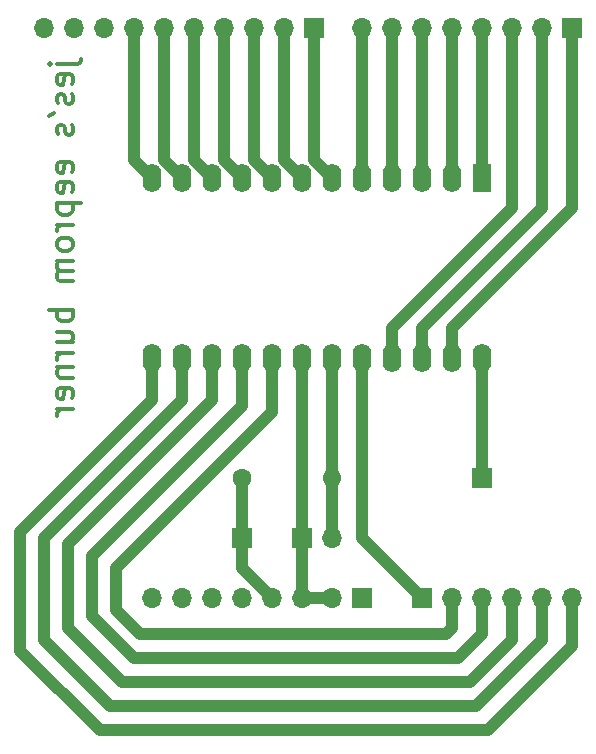
<source format=gbr>
G04 #@! TF.GenerationSoftware,KiCad,Pcbnew,5.1.5+dfsg1-2build2*
G04 #@! TF.CreationDate,2021-02-11T13:07:57+00:00*
G04 #@! TF.ProjectId,eeprom-burner,65657072-6f6d-42d6-9275-726e65722e6b,rev?*
G04 #@! TF.SameCoordinates,Original*
G04 #@! TF.FileFunction,Copper,L2,Bot*
G04 #@! TF.FilePolarity,Positive*
%FSLAX46Y46*%
G04 Gerber Fmt 4.6, Leading zero omitted, Abs format (unit mm)*
G04 Created by KiCad (PCBNEW 5.1.5+dfsg1-2build2) date 2021-02-11 13:07:57*
%MOMM*%
%LPD*%
G04 APERTURE LIST*
%ADD10C,0.300000*%
%ADD11O,1.700000X1.700000*%
%ADD12R,1.700000X1.700000*%
%ADD13O,1.600000X1.600000*%
%ADD14C,1.600000*%
%ADD15O,1.600000X2.400000*%
%ADD16R,1.600000X2.400000*%
%ADD17C,1.000000*%
G04 APERTURE END LIST*
D10*
X80851428Y-84298095D02*
X82565714Y-84298095D01*
X82756190Y-84202857D01*
X82851428Y-84012380D01*
X82851428Y-83917142D01*
X80184761Y-84298095D02*
X80280000Y-84202857D01*
X80375238Y-84298095D01*
X80280000Y-84393333D01*
X80184761Y-84298095D01*
X80375238Y-84298095D01*
X82089523Y-86012380D02*
X82184761Y-85821904D01*
X82184761Y-85440952D01*
X82089523Y-85250476D01*
X81899047Y-85155238D01*
X81137142Y-85155238D01*
X80946666Y-85250476D01*
X80851428Y-85440952D01*
X80851428Y-85821904D01*
X80946666Y-86012380D01*
X81137142Y-86107619D01*
X81327619Y-86107619D01*
X81518095Y-85155238D01*
X82089523Y-86869523D02*
X82184761Y-87060000D01*
X82184761Y-87440952D01*
X82089523Y-87631428D01*
X81899047Y-87726666D01*
X81803809Y-87726666D01*
X81613333Y-87631428D01*
X81518095Y-87440952D01*
X81518095Y-87155238D01*
X81422857Y-86964761D01*
X81232380Y-86869523D01*
X81137142Y-86869523D01*
X80946666Y-86964761D01*
X80851428Y-87155238D01*
X80851428Y-87440952D01*
X80946666Y-87631428D01*
X80184761Y-88679047D02*
X80565714Y-88488571D01*
X82089523Y-89440952D02*
X82184761Y-89631428D01*
X82184761Y-90012380D01*
X82089523Y-90202857D01*
X81899047Y-90298095D01*
X81803809Y-90298095D01*
X81613333Y-90202857D01*
X81518095Y-90012380D01*
X81518095Y-89726666D01*
X81422857Y-89536190D01*
X81232380Y-89440952D01*
X81137142Y-89440952D01*
X80946666Y-89536190D01*
X80851428Y-89726666D01*
X80851428Y-90012380D01*
X80946666Y-90202857D01*
X82089523Y-93440952D02*
X82184761Y-93250476D01*
X82184761Y-92869523D01*
X82089523Y-92679047D01*
X81899047Y-92583809D01*
X81137142Y-92583809D01*
X80946666Y-92679047D01*
X80851428Y-92869523D01*
X80851428Y-93250476D01*
X80946666Y-93440952D01*
X81137142Y-93536190D01*
X81327619Y-93536190D01*
X81518095Y-92583809D01*
X82089523Y-95155238D02*
X82184761Y-94964761D01*
X82184761Y-94583809D01*
X82089523Y-94393333D01*
X81899047Y-94298095D01*
X81137142Y-94298095D01*
X80946666Y-94393333D01*
X80851428Y-94583809D01*
X80851428Y-94964761D01*
X80946666Y-95155238D01*
X81137142Y-95250476D01*
X81327619Y-95250476D01*
X81518095Y-94298095D01*
X80851428Y-96107619D02*
X82851428Y-96107619D01*
X80946666Y-96107619D02*
X80851428Y-96298095D01*
X80851428Y-96679047D01*
X80946666Y-96869523D01*
X81041904Y-96964761D01*
X81232380Y-97060000D01*
X81803809Y-97060000D01*
X81994285Y-96964761D01*
X82089523Y-96869523D01*
X82184761Y-96679047D01*
X82184761Y-96298095D01*
X82089523Y-96107619D01*
X82184761Y-97917142D02*
X80851428Y-97917142D01*
X81232380Y-97917142D02*
X81041904Y-98012380D01*
X80946666Y-98107619D01*
X80851428Y-98298095D01*
X80851428Y-98488571D01*
X82184761Y-99440952D02*
X82089523Y-99250476D01*
X81994285Y-99155238D01*
X81803809Y-99060000D01*
X81232380Y-99060000D01*
X81041904Y-99155238D01*
X80946666Y-99250476D01*
X80851428Y-99440952D01*
X80851428Y-99726666D01*
X80946666Y-99917142D01*
X81041904Y-100012380D01*
X81232380Y-100107619D01*
X81803809Y-100107619D01*
X81994285Y-100012380D01*
X82089523Y-99917142D01*
X82184761Y-99726666D01*
X82184761Y-99440952D01*
X82184761Y-100964761D02*
X80851428Y-100964761D01*
X81041904Y-100964761D02*
X80946666Y-101060000D01*
X80851428Y-101250476D01*
X80851428Y-101536190D01*
X80946666Y-101726666D01*
X81137142Y-101821904D01*
X82184761Y-101821904D01*
X81137142Y-101821904D02*
X80946666Y-101917142D01*
X80851428Y-102107619D01*
X80851428Y-102393333D01*
X80946666Y-102583809D01*
X81137142Y-102679047D01*
X82184761Y-102679047D01*
X82184761Y-105155238D02*
X80184761Y-105155238D01*
X80946666Y-105155238D02*
X80851428Y-105345714D01*
X80851428Y-105726666D01*
X80946666Y-105917142D01*
X81041904Y-106012380D01*
X81232380Y-106107619D01*
X81803809Y-106107619D01*
X81994285Y-106012380D01*
X82089523Y-105917142D01*
X82184761Y-105726666D01*
X82184761Y-105345714D01*
X82089523Y-105155238D01*
X80851428Y-107821904D02*
X82184761Y-107821904D01*
X80851428Y-106964761D02*
X81899047Y-106964761D01*
X82089523Y-107060000D01*
X82184761Y-107250476D01*
X82184761Y-107536190D01*
X82089523Y-107726666D01*
X81994285Y-107821904D01*
X82184761Y-108774285D02*
X80851428Y-108774285D01*
X81232380Y-108774285D02*
X81041904Y-108869523D01*
X80946666Y-108964761D01*
X80851428Y-109155238D01*
X80851428Y-109345714D01*
X80851428Y-110012380D02*
X82184761Y-110012380D01*
X81041904Y-110012380D02*
X80946666Y-110107619D01*
X80851428Y-110298095D01*
X80851428Y-110583809D01*
X80946666Y-110774285D01*
X81137142Y-110869523D01*
X82184761Y-110869523D01*
X82089523Y-112583809D02*
X82184761Y-112393333D01*
X82184761Y-112012380D01*
X82089523Y-111821904D01*
X81899047Y-111726666D01*
X81137142Y-111726666D01*
X80946666Y-111821904D01*
X80851428Y-112012380D01*
X80851428Y-112393333D01*
X80946666Y-112583809D01*
X81137142Y-112679047D01*
X81327619Y-112679047D01*
X81518095Y-111726666D01*
X82184761Y-113536190D02*
X80851428Y-113536190D01*
X81232380Y-113536190D02*
X81041904Y-113631428D01*
X80946666Y-113726666D01*
X80851428Y-113917142D01*
X80851428Y-114107619D01*
D11*
X79756000Y-81280000D03*
X82296000Y-81280000D03*
X84836000Y-81280000D03*
X87376000Y-81280000D03*
X89916000Y-81280000D03*
X92456000Y-81280000D03*
X94996000Y-81280000D03*
X97536000Y-81280000D03*
X100076000Y-81280000D03*
D12*
X102616000Y-81280000D03*
X116840000Y-119380000D03*
X96520000Y-124460000D03*
D11*
X104140000Y-124460000D03*
D12*
X101600000Y-124460000D03*
D13*
X104140000Y-119380000D03*
D14*
X96520000Y-119380000D03*
D15*
X116840000Y-109220000D03*
X88900000Y-93980000D03*
X114300000Y-109220000D03*
X91440000Y-93980000D03*
X111760000Y-109220000D03*
X93980000Y-93980000D03*
X109220000Y-109220000D03*
X96520000Y-93980000D03*
X106680000Y-109220000D03*
X99060000Y-93980000D03*
X104140000Y-109220000D03*
X101600000Y-93980000D03*
X101600000Y-109220000D03*
X104140000Y-93980000D03*
X99060000Y-109220000D03*
X106680000Y-93980000D03*
X96520000Y-109220000D03*
X109220000Y-93980000D03*
X93980000Y-109220000D03*
X111760000Y-93980000D03*
X91440000Y-109220000D03*
X114300000Y-93980000D03*
X88900000Y-109220000D03*
D16*
X116840000Y-93980000D03*
D12*
X106680000Y-129540000D03*
D11*
X104140000Y-129540000D03*
X101600000Y-129540000D03*
X99060000Y-129540000D03*
X96520000Y-129540000D03*
X93980000Y-129540000D03*
X91440000Y-129540000D03*
X88900000Y-129540000D03*
X124460000Y-129540000D03*
X121920000Y-129540000D03*
X119380000Y-129540000D03*
X116840000Y-129540000D03*
X114300000Y-129540000D03*
D12*
X111760000Y-129540000D03*
D11*
X106680000Y-81280000D03*
X109220000Y-81280000D03*
X111760000Y-81280000D03*
X114300000Y-81280000D03*
X116840000Y-81280000D03*
X119380000Y-81280000D03*
X121920000Y-81280000D03*
D12*
X124460000Y-81280000D03*
D17*
X101600000Y-129540000D02*
X104140000Y-129540000D01*
X96520000Y-127000000D02*
X99060000Y-129540000D01*
X96520000Y-127000000D02*
X96520000Y-119380000D01*
X101600000Y-129540000D02*
X101600000Y-109220000D01*
X104140000Y-124460000D02*
X104140000Y-109220000D01*
X116840000Y-109220000D02*
X116840000Y-119380000D01*
X106680000Y-93240000D02*
X106680000Y-93980000D01*
X106680000Y-81280000D02*
X106680000Y-93240000D01*
X109220000Y-93240000D02*
X109220000Y-93980000D01*
X109220000Y-81280000D02*
X109220000Y-93240000D01*
X111760000Y-81280000D02*
X111760000Y-93240000D01*
X114300000Y-93240000D02*
X114300000Y-93980000D01*
X114300000Y-81280000D02*
X114300000Y-93240000D01*
X116840000Y-83820000D02*
X116840000Y-81280000D01*
X116840000Y-93980000D02*
X116840000Y-83820000D01*
X89916000Y-92456000D02*
X91440000Y-93980000D01*
X89916000Y-81280000D02*
X89916000Y-92456000D01*
X92456000Y-92456000D02*
X93980000Y-93980000D01*
X92456000Y-81280000D02*
X92456000Y-92456000D01*
X94996000Y-92456000D02*
X96520000Y-93980000D01*
X94996000Y-81280000D02*
X94996000Y-92456000D01*
X97536000Y-92456000D02*
X99060000Y-93980000D01*
X97536000Y-81280000D02*
X97536000Y-92456000D01*
X100076000Y-92456000D02*
X101600000Y-93980000D01*
X100076000Y-81280000D02*
X100076000Y-92456000D01*
X102616000Y-92456000D02*
X104140000Y-93980000D01*
X102616000Y-81280000D02*
X102616000Y-92456000D01*
X87376000Y-81280000D02*
X87376000Y-92456000D01*
X87376000Y-92456000D02*
X88900000Y-93980000D01*
X114300000Y-101600000D02*
X109220000Y-106680000D01*
X109220000Y-106680000D02*
X109220000Y-109220000D01*
X106680000Y-109220000D02*
X106680000Y-124460000D01*
X106680000Y-124460000D02*
X111760000Y-129540000D01*
X114300000Y-101600000D02*
X119380000Y-96520000D01*
X119380000Y-96520000D02*
X119380000Y-81280000D01*
X121920000Y-96520000D02*
X121920000Y-81280000D01*
X111760000Y-106680000D02*
X121920000Y-96520000D01*
X111760000Y-109220000D02*
X111760000Y-106680000D01*
X114300000Y-109220000D02*
X114300000Y-106680000D01*
X114300000Y-106680000D02*
X124460000Y-96520000D01*
X124460000Y-96520000D02*
X124460000Y-81280000D01*
X114300000Y-132080000D02*
X114300000Y-129540000D01*
X113792000Y-132588000D02*
X114300000Y-132080000D01*
X85852000Y-130556000D02*
X87884000Y-132588000D01*
X87884000Y-132588000D02*
X113792000Y-132588000D01*
X85852000Y-127000000D02*
X85852000Y-130556000D01*
X99060000Y-113792000D02*
X85852000Y-127000000D01*
X99060000Y-109220000D02*
X99060000Y-113792000D01*
X114808000Y-134620000D02*
X116840000Y-132588000D01*
X116840000Y-132588000D02*
X116840000Y-129540000D01*
X87376000Y-134620000D02*
X114808000Y-134620000D01*
X83820000Y-125984000D02*
X83820000Y-131064000D01*
X96520000Y-113284000D02*
X83820000Y-125984000D01*
X83820000Y-131064000D02*
X87376000Y-134620000D01*
X96520000Y-109220000D02*
X96520000Y-113284000D01*
X115824000Y-136652000D02*
X119380000Y-133096000D01*
X119380000Y-133096000D02*
X119380000Y-129540000D01*
X86360000Y-136652000D02*
X115824000Y-136652000D01*
X81788000Y-132080000D02*
X86360000Y-136652000D01*
X81788000Y-124968000D02*
X81788000Y-132080000D01*
X93980000Y-112776000D02*
X81788000Y-124968000D01*
X93980000Y-109220000D02*
X93980000Y-112776000D01*
X121920000Y-133096000D02*
X121920000Y-129540000D01*
X116332000Y-138684000D02*
X121920000Y-133096000D01*
X85344000Y-138684000D02*
X116332000Y-138684000D01*
X79756000Y-133096000D02*
X85344000Y-138684000D01*
X79756000Y-124460000D02*
X79756000Y-133096000D01*
X91440000Y-112776000D02*
X79756000Y-124460000D01*
X91440000Y-109220000D02*
X91440000Y-112776000D01*
X124460000Y-133604000D02*
X124460000Y-129540000D01*
X117348000Y-140716000D02*
X124460000Y-133604000D01*
X84452688Y-140716000D02*
X117348000Y-140716000D01*
X77725010Y-133988322D02*
X84452688Y-140716000D01*
X77725010Y-123950990D02*
X77725010Y-133988322D01*
X88900000Y-112776000D02*
X77725010Y-123950990D01*
X88900000Y-109220000D02*
X88900000Y-112776000D01*
M02*

</source>
